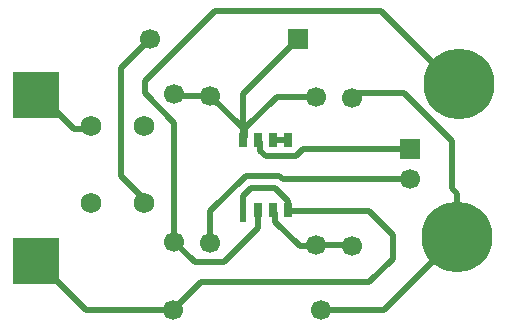
<source format=gbr>
G04 EAGLE Gerber RS-274X export*
G75*
%MOMM*%
%FSLAX34Y34*%
%LPD*%
%AMOC8*
5,1,8,0,0,1.08239X$1,22.5*%
G01*
%ADD10C,1.700000*%
%ADD11R,1.700000X1.700000*%
%ADD12R,4.000000X4.000000*%
%ADD13C,6.000000*%
%ADD14C,1.727200*%
%ADD15R,0.635000X1.270000*%
%ADD16R,0.500000X2.000000*%
%ADD17C,0.508000*%
%ADD18C,0.152400*%


D10*
X164600Y255900D03*
D11*
X289600Y255900D03*
X384900Y162700D03*
D10*
X384900Y137300D03*
D12*
X67800Y68400D03*
X67800Y208400D03*
D13*
X426300Y218100D03*
X424900Y88600D03*
D10*
X185200Y84300D03*
X185200Y209300D03*
X305200Y81900D03*
X305200Y206900D03*
X335600Y205700D03*
X335600Y80700D03*
X215600Y208100D03*
X215600Y83100D03*
X184300Y26400D03*
X309300Y26400D03*
D14*
X114900Y182500D03*
X159900Y182500D03*
X114900Y117500D03*
X159900Y117500D03*
D15*
X243450Y170800D03*
X256150Y170800D03*
X268850Y170800D03*
X281550Y170800D03*
D16*
X243450Y110800D03*
D15*
X256150Y110800D03*
X268850Y110800D03*
X281550Y110800D03*
D17*
X71600Y208400D02*
X67800Y208400D01*
X71600Y208400D02*
X100000Y180000D01*
X112400Y180000D01*
X114900Y182500D01*
D18*
X140000Y230000D02*
X140000Y231300D01*
D17*
X164600Y255900D01*
X140000Y230000D02*
X140000Y140000D01*
X159900Y120100D01*
X159900Y117500D01*
X78000Y58400D02*
X77800Y58400D01*
X78000Y58400D02*
X110000Y26400D01*
X184300Y26400D01*
X370000Y70000D02*
X370000Y90000D01*
X350000Y110000D01*
X282350Y110000D01*
X281550Y110800D01*
X281550Y118450D01*
X270000Y130000D01*
X250000Y130000D01*
X243450Y123450D01*
X243450Y110800D01*
X207900Y50000D02*
X350000Y50000D01*
X207900Y50000D02*
X184300Y26400D01*
X350000Y50000D02*
X370000Y70000D01*
X77800Y58400D02*
X67800Y68400D01*
X243450Y170800D02*
X245355Y172705D01*
X245355Y180306D01*
X271949Y206900D01*
X305200Y206900D01*
X243450Y180250D02*
X243450Y170800D01*
X243450Y180250D02*
X215600Y208100D01*
X186400Y208100D01*
X185200Y209300D01*
X243450Y209750D02*
X289600Y255900D01*
X243450Y209750D02*
X243450Y180250D01*
X277068Y137300D02*
X384900Y137300D01*
X277068Y137300D02*
X274208Y140160D01*
X245792Y140160D02*
X215600Y109968D01*
X245792Y140160D02*
X274208Y140160D01*
X215600Y109968D02*
X215600Y83100D01*
X262519Y156830D02*
X258055Y161294D01*
X258055Y168895D01*
X256150Y170800D01*
X293751Y162700D02*
X384900Y162700D01*
X293751Y162700D02*
X287881Y156830D01*
X262519Y156830D01*
X268850Y170800D02*
X281550Y170800D01*
X226980Y66980D02*
X202520Y66980D01*
X226980Y66980D02*
X256150Y96150D01*
X202520Y66980D02*
X185200Y84300D01*
X256150Y96150D02*
X256150Y110800D01*
X185200Y84300D02*
X185200Y184800D01*
X160000Y210000D01*
X160000Y220000D01*
X220000Y280000D01*
X360000Y280000D01*
X421900Y218100D01*
X426300Y218100D01*
X270755Y108895D02*
X268850Y110800D01*
X270755Y108895D02*
X270755Y101294D01*
X291349Y80700D01*
X304000Y80700D01*
X305200Y81900D01*
X334400Y81900D01*
X335600Y80700D01*
X309300Y26400D02*
X362700Y26400D01*
X424900Y88600D01*
X424900Y125100D01*
X420000Y130000D01*
X420000Y170000D01*
X380000Y210000D01*
X339900Y210000D01*
X335600Y205700D01*
M02*

</source>
